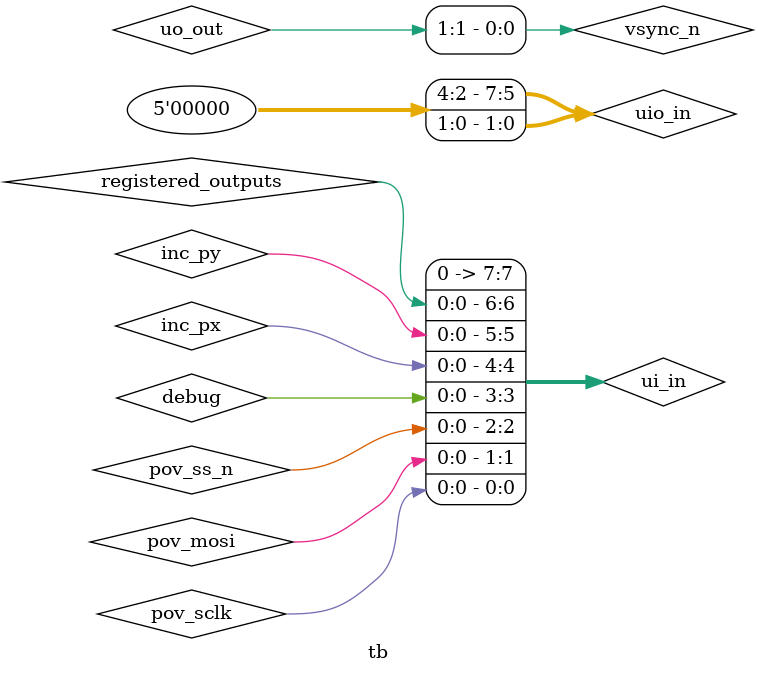
<source format=v>
`default_nettype none
`timescale 1ns/1ps

module tb;

    initial begin
        $dumpfile("tb.vcd");
        $dumpvars(0, tb);
    end

    // --- Named inputs controlled by test: ---
    // Universal TT04 inputs:
    reg clk;
    reg rst_n;
    reg ena;
    // Specific inputs for raybox-zero:
    reg pov_sclk;
    reg pov_mosi;
    reg pov_ss_n;
    reg debug;
    reg inc_px;
    reg inc_py;
    reg registered_outputs; // aka just 'reg'
    reg reg_sclk;
    reg reg_mosi;
    reg reg_ss_n;
    // Specific outputs for raybox-zero:
    wire [5:0] rgb  = uo_out[7:2]; // B=[5:4], G=[3:2], R=[1:0]
    wire [1:0] rr = rgb[1:0];
    wire [1:0] gg = rgb[3:2];
    wire [1:0] bb = rgb[5:4];
    wire hsync_n    = uo_out[0];
    wire vsync_n    = uo_out[1];
    wire o_hblank   = uio_out[0];
    wire o_vblank   = uio_out[1];

    // --- DUT's generic IOs from the TT wrapper ---
    wire [7:0] ui_in;       // Dedicated inputs
    wire [7:0] uo_out;      // Dedicated outputs
    wire [7:0] uio_in;      // Bidir IOs: Input path
    wire [7:0] uio_out;     // Bidir IOs: Output path
    wire [7:0] uio_oe;      // Bidir IOs: Enable path (active high: 0=input, 1=output).

    assign ui_in = {
        1'b0,
        registered_outputs,
        inc_py,
        inc_px,
        debug,
        pov_ss_n,
        pov_mosi,
        pov_sclk
    };

    assign uio_in = {
        3'b000,
        reg_ss_n,
        reg_mosi,
        reg_sclk,
        2'b00
    };

    tt_um_algofoogle_raybox_zero uut(
    `ifdef GL_TEST
        // include power ports for the Gate Level test
        .VPWR( 1'b1),
        .VGND( 1'b0),
    `endif
        .ui_in      (ui_in),    // Dedicated inputs
        .uo_out     (uo_out),   // Dedicated outputs
        .uio_in     (uio_in),   // IOs: Input path -- UNUSED in this design.
        .uio_out    (uio_out),  // IOs: Output path
        .uio_oe     (uio_oe),   // IOs: Enable path (active high: 0=input, 1=output)
        .ena        (ena),      // will go high when the design is enabled
        .clk        (clk),      // clock
        .rst_n      (rst_n)     // reset_n - low to reset
    );

endmodule

</source>
